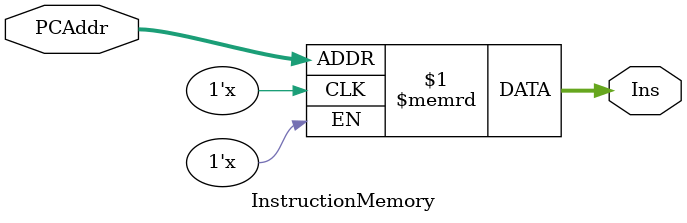
<source format=v>
`timescale 1ns / 1ps


module InstructionMemory(PCAddr,Ins);
    input [31:0] PCAddr;
    output [31:0] Ins;
    
    reg [31:0]RAM[1023:0];
    
    assign Ins = RAM[PCAddr];
endmodule

</source>
